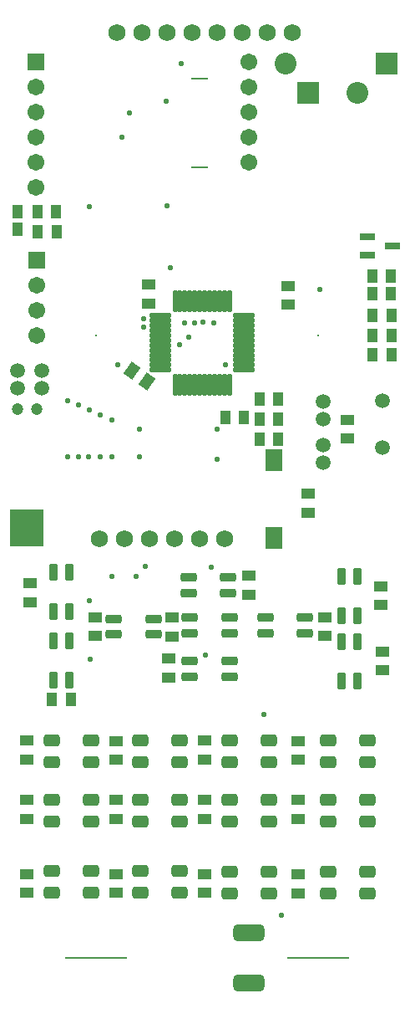
<source format=gts>
G04*
G04 #@! TF.GenerationSoftware,Altium Limited,Altium Designer,22.11.1 (43)*
G04*
G04 Layer_Color=8388736*
%FSLAX44Y44*%
%MOMM*%
G71*
G04*
G04 #@! TF.SameCoordinates,BDB78580-9DC3-4381-8F3F-6093B5378177*
G04*
G04*
G04 #@! TF.FilePolarity,Negative*
G04*
G01*
G75*
%ADD25R,1.4732X1.0922*%
%ADD26R,1.7032X2.2032*%
%ADD27O,0.5032X2.3032*%
%ADD28O,2.3032X0.5032*%
%ADD29R,1.0922X1.4732*%
%ADD30R,3.5032X3.7032*%
%ADD31R,1.6032X0.8032*%
G04:AMPARAMS|DCode=32|XSize=1.4732mm|YSize=1.0922mm|CornerRadius=0mm|HoleSize=0mm|Usage=FLASHONLY|Rotation=55.000|XOffset=0mm|YOffset=0mm|HoleType=Round|Shape=Rectangle|*
%AMROTATEDRECTD32*
4,1,4,0.0248,-0.9166,-0.8698,-0.2902,-0.0248,0.9166,0.8698,0.2902,0.0248,-0.9166,0.0*
%
%ADD32ROTATEDRECTD32*%

%ADD33C,1.7272*%
G04:AMPARAMS|DCode=34|XSize=6.2032mm|YSize=0.2032mm|CornerRadius=0mm|HoleSize=0mm|Usage=FLASHONLY|Rotation=0.000|XOffset=0mm|YOffset=0mm|HoleType=Round|Shape=RoundedRectangle|*
%AMROUNDEDRECTD34*
21,1,6.2032,0.2032,0,0,0.0*
21,1,6.2032,0.2032,0,0,0.0*
1,1,0.0000,3.1016,-0.1016*
1,1,0.0000,-3.1016,-0.1016*
1,1,0.0000,-3.1016,0.1016*
1,1,0.0000,3.1016,0.1016*
%
%ADD34ROUNDEDRECTD34*%
%ADD35C,0.2032*%
G04:AMPARAMS|DCode=36|XSize=1.2032mm|YSize=1.7032mm|CornerRadius=0.3516mm|HoleSize=0mm|Usage=FLASHONLY|Rotation=90.000|XOffset=0mm|YOffset=0mm|HoleType=Round|Shape=RoundedRectangle|*
%AMROUNDEDRECTD36*
21,1,1.2032,1.0000,0,0,90.0*
21,1,0.5000,1.7032,0,0,90.0*
1,1,0.7032,0.5000,0.2500*
1,1,0.7032,0.5000,-0.2500*
1,1,0.7032,-0.5000,-0.2500*
1,1,0.7032,-0.5000,0.2500*
%
%ADD36ROUNDEDRECTD36*%
%ADD37C,1.5032*%
%ADD38C,2.2032*%
%ADD39R,2.2032X2.2032*%
%ADD40R,2.2032X2.2032*%
%ADD41C,1.7032*%
%ADD42R,1.7032X1.7032*%
%ADD43C,1.2032*%
G04:AMPARAMS|DCode=44|XSize=1.7272mm|YSize=0.2032mm|CornerRadius=0mm|HoleSize=0mm|Usage=FLASHONLY|Rotation=180.000|XOffset=0mm|YOffset=0mm|HoleType=Round|Shape=RoundedRectangle|*
%AMROUNDEDRECTD44*
21,1,1.7272,0.2032,0,0,180.0*
21,1,1.7272,0.2032,0,0,180.0*
1,1,0.0000,-0.8636,0.1016*
1,1,0.0000,0.8636,0.1016*
1,1,0.0000,0.8636,-0.1016*
1,1,0.0000,-0.8636,-0.1016*
%
%ADD44ROUNDEDRECTD44*%
G04:AMPARAMS|DCode=45|XSize=1.7032mm|YSize=3.2032mm|CornerRadius=0.4766mm|HoleSize=0mm|Usage=FLASHONLY|Rotation=270.000|XOffset=0mm|YOffset=0mm|HoleType=Round|Shape=RoundedRectangle|*
%AMROUNDEDRECTD45*
21,1,1.7032,2.2500,0,0,270.0*
21,1,0.7500,3.2032,0,0,270.0*
1,1,0.9532,-1.1250,-0.3750*
1,1,0.9532,-1.1250,0.3750*
1,1,0.9532,1.1250,0.3750*
1,1,0.9532,1.1250,-0.3750*
%
%ADD45ROUNDEDRECTD45*%
G04:AMPARAMS|DCode=46|XSize=0.9032mm|YSize=1.7032mm|CornerRadius=0.2766mm|HoleSize=0mm|Usage=FLASHONLY|Rotation=0.000|XOffset=0mm|YOffset=0mm|HoleType=Round|Shape=RoundedRectangle|*
%AMROUNDEDRECTD46*
21,1,0.9032,1.1500,0,0,0.0*
21,1,0.3500,1.7032,0,0,0.0*
1,1,0.5532,0.1750,-0.5750*
1,1,0.5532,-0.1750,-0.5750*
1,1,0.5532,-0.1750,0.5750*
1,1,0.5532,0.1750,0.5750*
%
%ADD46ROUNDEDRECTD46*%
G04:AMPARAMS|DCode=47|XSize=0.2032mm|YSize=0.2032mm|CornerRadius=0mm|HoleSize=0mm|Usage=FLASHONLY|Rotation=0.000|XOffset=0mm|YOffset=0mm|HoleType=Round|Shape=RoundedRectangle|*
%AMROUNDEDRECTD47*
21,1,0.2032,0.2032,0,0,0.0*
21,1,0.2032,0.2032,0,0,0.0*
1,1,0.0000,0.1016,-0.1016*
1,1,0.0000,-0.1016,-0.1016*
1,1,0.0000,-0.1016,0.1016*
1,1,0.0000,0.1016,0.1016*
%
%ADD47ROUNDEDRECTD47*%
G04:AMPARAMS|DCode=48|XSize=0.9032mm|YSize=1.7032mm|CornerRadius=0.2766mm|HoleSize=0mm|Usage=FLASHONLY|Rotation=270.000|XOffset=0mm|YOffset=0mm|HoleType=Round|Shape=RoundedRectangle|*
%AMROUNDEDRECTD48*
21,1,0.9032,1.1500,0,0,270.0*
21,1,0.3500,1.7032,0,0,270.0*
1,1,0.5532,-0.5750,-0.1750*
1,1,0.5532,-0.5750,0.1750*
1,1,0.5532,0.5750,0.1750*
1,1,0.5532,0.5750,-0.1750*
%
%ADD48ROUNDEDRECTD48*%
%ADD49C,0.5842*%
D25*
X877998Y1161002D02*
D03*
X877998Y1142002D02*
D03*
X844999Y564501D02*
D03*
Y545501D02*
D03*
X1020000Y1160000D02*
D03*
Y1141000D02*
D03*
X1040001Y949499D02*
D03*
Y930499D02*
D03*
X754999Y680501D02*
D03*
Y699501D02*
D03*
X898999Y763501D02*
D03*
Y782501D02*
D03*
X1056999Y805501D02*
D03*
Y824501D02*
D03*
X902000Y824000D02*
D03*
Y805000D02*
D03*
X979999Y847501D02*
D03*
Y866501D02*
D03*
X823999Y805501D02*
D03*
Y824501D02*
D03*
X1115000Y771000D02*
D03*
Y790000D02*
D03*
X1114000Y837000D02*
D03*
Y856000D02*
D03*
X758000Y859000D02*
D03*
Y840000D02*
D03*
X845000Y699000D02*
D03*
X1030000D02*
D03*
X934999Y699501D02*
D03*
X1079999Y1024501D02*
D03*
Y1005501D02*
D03*
X1030000Y680000D02*
D03*
X934999Y680501D02*
D03*
X845000Y680000D02*
D03*
X1029999Y620501D02*
D03*
Y639501D02*
D03*
X935001Y639499D02*
D03*
Y620499D02*
D03*
X844999Y620501D02*
D03*
Y639501D02*
D03*
X754999Y620501D02*
D03*
Y639501D02*
D03*
X1030000Y545000D02*
D03*
Y564000D02*
D03*
X934999Y545501D02*
D03*
Y564501D02*
D03*
X754999Y545501D02*
D03*
Y564501D02*
D03*
D26*
X1005200Y904412D02*
D03*
X1005000Y983740D02*
D03*
D27*
X930000Y1144540D02*
D03*
X920000Y1060000D02*
D03*
X915000D02*
D03*
X955000D02*
D03*
X910000Y1144540D02*
D03*
X960000Y1060000D02*
D03*
X950000D02*
D03*
X945000D02*
D03*
X940000D02*
D03*
X935000D02*
D03*
X930000D02*
D03*
X925000D02*
D03*
X910000D02*
D03*
X905000D02*
D03*
Y1144540D02*
D03*
X915000D02*
D03*
X920000D02*
D03*
X925000D02*
D03*
X935000D02*
D03*
X940000D02*
D03*
X945000D02*
D03*
X950000D02*
D03*
X955000D02*
D03*
X960000D02*
D03*
D28*
X890484Y1079770D02*
D03*
X974770Y1109770D02*
D03*
X890484Y1074770D02*
D03*
Y1084770D02*
D03*
Y1089770D02*
D03*
Y1094770D02*
D03*
Y1099770D02*
D03*
Y1104770D02*
D03*
Y1109770D02*
D03*
Y1114770D02*
D03*
Y1119770D02*
D03*
Y1124770D02*
D03*
Y1129770D02*
D03*
X974770D02*
D03*
Y1124770D02*
D03*
Y1119770D02*
D03*
Y1114770D02*
D03*
Y1104770D02*
D03*
Y1099770D02*
D03*
Y1094770D02*
D03*
Y1089770D02*
D03*
Y1084770D02*
D03*
Y1079770D02*
D03*
Y1074770D02*
D03*
D29*
X745000Y1235000D02*
D03*
Y1217220D02*
D03*
X784501Y1235001D02*
D03*
X765501D02*
D03*
X1009501Y1025001D02*
D03*
X990501D02*
D03*
X956000Y1027000D02*
D03*
X975000D02*
D03*
X1105000Y1152000D02*
D03*
X1124000D02*
D03*
X1124492Y1130035D02*
D03*
X1105492D02*
D03*
X1105000Y1170000D02*
D03*
X1124000D02*
D03*
X1105494Y1110001D02*
D03*
X1124494D02*
D03*
X1124492Y1089999D02*
D03*
X1105492D02*
D03*
X990499Y1044999D02*
D03*
X1009499D02*
D03*
X785000Y1215000D02*
D03*
X766000D02*
D03*
X990501Y1005001D02*
D03*
X1009501D02*
D03*
X780501Y741001D02*
D03*
X799501D02*
D03*
D30*
X755000Y915000D02*
D03*
D31*
X1125139Y1200499D02*
D03*
X1100000Y1191000D02*
D03*
Y1210000D02*
D03*
D32*
X877000Y1063000D02*
D03*
X861436Y1073898D02*
D03*
D33*
X1023800Y1416000D02*
D03*
X998400D02*
D03*
X973000D02*
D03*
X947600D02*
D03*
X922200D02*
D03*
X896800D02*
D03*
X871400D02*
D03*
X846000D02*
D03*
X904800Y904000D02*
D03*
X955600D02*
D03*
X930200D02*
D03*
X879400D02*
D03*
X854000D02*
D03*
X828600D02*
D03*
D34*
X1050000Y480000D02*
D03*
X825000Y480000D02*
D03*
D35*
Y1110000D02*
D03*
D36*
X1100000Y545000D02*
D03*
Y567000D02*
D03*
X1060000Y545000D02*
D03*
Y567000D02*
D03*
X820000Y546000D02*
D03*
Y568000D02*
D03*
X780000Y546000D02*
D03*
Y568000D02*
D03*
X870000Y700000D02*
D03*
X1060000D02*
D03*
X960000D02*
D03*
X780000D02*
D03*
X1060000Y678000D02*
D03*
X1100000Y700000D02*
D03*
Y678000D02*
D03*
X960000D02*
D03*
X1000000Y700000D02*
D03*
Y678000D02*
D03*
X870000D02*
D03*
X910000Y700000D02*
D03*
Y678000D02*
D03*
X780000D02*
D03*
X820000Y700000D02*
D03*
Y678000D02*
D03*
X1060000Y640000D02*
D03*
Y618000D02*
D03*
X1100000Y640000D02*
D03*
Y618000D02*
D03*
X960000Y640000D02*
D03*
Y618000D02*
D03*
X1000000Y640000D02*
D03*
Y618000D02*
D03*
X870000Y640000D02*
D03*
Y618000D02*
D03*
X910000Y640000D02*
D03*
Y618000D02*
D03*
X780000Y640000D02*
D03*
Y618000D02*
D03*
X820000Y640000D02*
D03*
Y618000D02*
D03*
X960000Y567000D02*
D03*
Y545000D02*
D03*
X1000000Y567000D02*
D03*
Y545000D02*
D03*
X870000Y568000D02*
D03*
Y546000D02*
D03*
X910000Y568000D02*
D03*
Y546000D02*
D03*
D37*
X1055000Y1025000D02*
D03*
Y1043000D02*
D03*
X1115000Y1044000D02*
D03*
Y996000D02*
D03*
X770000Y1056000D02*
D03*
Y1074000D02*
D03*
X745000Y1056000D02*
D03*
Y1074000D02*
D03*
X1055000Y981000D02*
D03*
Y999000D02*
D03*
D38*
X1017000Y1385000D02*
D03*
X1090000Y1355000D02*
D03*
D39*
X1120000Y1385000D02*
D03*
D40*
X1040000Y1355000D02*
D03*
D41*
X765000Y1109600D02*
D03*
Y1160400D02*
D03*
Y1135000D02*
D03*
X980000Y1284600D02*
D03*
Y1386200D02*
D03*
Y1360800D02*
D03*
Y1335400D02*
D03*
Y1310000D02*
D03*
X764100Y1360800D02*
D03*
Y1335400D02*
D03*
Y1310000D02*
D03*
Y1284600D02*
D03*
Y1259200D02*
D03*
D42*
X765000Y1185800D02*
D03*
X764100Y1386200D02*
D03*
D43*
X765000Y1035000D02*
D03*
X745000D02*
D03*
D44*
X930000Y1280000D02*
D03*
Y1370000D02*
D03*
D45*
X980000Y504800D02*
D03*
Y454000D02*
D03*
D46*
X798000Y761000D02*
D03*
X782000D02*
D03*
Y801000D02*
D03*
X798000D02*
D03*
X782000Y870000D02*
D03*
X798000D02*
D03*
X782000Y830000D02*
D03*
X798000D02*
D03*
X1074000Y800000D02*
D03*
X1090000D02*
D03*
X1074000Y760000D02*
D03*
X1090000D02*
D03*
X1074000Y866000D02*
D03*
X1090000D02*
D03*
X1074000Y826000D02*
D03*
X1090000D02*
D03*
D47*
X1050000Y1110000D02*
D03*
D48*
X959000Y865000D02*
D03*
Y849000D02*
D03*
X919000Y865000D02*
D03*
Y849000D02*
D03*
X960000Y780000D02*
D03*
Y764000D02*
D03*
X920000Y780000D02*
D03*
Y764000D02*
D03*
X883000Y823000D02*
D03*
Y807000D02*
D03*
X843000Y823000D02*
D03*
Y807000D02*
D03*
X1037000Y824000D02*
D03*
Y808000D02*
D03*
X997000Y824000D02*
D03*
Y808000D02*
D03*
X920000D02*
D03*
Y824000D02*
D03*
X960000Y808000D02*
D03*
Y824000D02*
D03*
D49*
X874000Y1141000D02*
D03*
X869000Y1015000D02*
D03*
X841000Y1024000D02*
D03*
X829000Y1029000D02*
D03*
X818000Y1034000D02*
D03*
X807000Y1039000D02*
D03*
X796000Y1044000D02*
D03*
X873000Y1127000D02*
D03*
X875000Y876000D02*
D03*
X944000Y1122000D02*
D03*
X933000Y1123000D02*
D03*
X925000Y1122000D02*
D03*
X911000Y1385000D02*
D03*
X785000Y1215000D02*
D03*
X1124000Y1152000D02*
D03*
X798000Y761000D02*
D03*
X782000D02*
D03*
X819000Y782000D02*
D03*
X906000Y700000D02*
D03*
X824000D02*
D03*
X873000Y1118000D02*
D03*
X1009000Y1025000D02*
D03*
X900435Y1178435D02*
D03*
X956000Y1027000D02*
D03*
X847000Y1080000D02*
D03*
X818000Y841000D02*
D03*
X820000Y618000D02*
D03*
X782000Y829000D02*
D03*
X948000Y1015000D02*
D03*
Y984000D02*
D03*
X942000Y875000D02*
D03*
X936040Y786174D02*
D03*
X869000Y987000D02*
D03*
X866000Y866000D02*
D03*
X841000D02*
D03*
X820000Y546000D02*
D03*
X841000Y987000D02*
D03*
X829000D02*
D03*
X817000D02*
D03*
X807000D02*
D03*
X796000D02*
D03*
X956000Y1080000D02*
D03*
X995000Y726000D02*
D03*
X975000Y1027000D02*
D03*
X990000Y1045000D02*
D03*
Y1006000D02*
D03*
X910000Y1100000D02*
D03*
X919000Y1108000D02*
D03*
X915000Y1122000D02*
D03*
X1052000Y1156000D02*
D03*
X1081000Y1005000D02*
D03*
Y1025000D02*
D03*
X1002000Y700000D02*
D03*
X1090000Y761000D02*
D03*
X818000Y1240000D02*
D03*
X765000Y1235000D02*
D03*
X1013000Y523000D02*
D03*
X859000Y1335000D02*
D03*
X897000Y1241000D02*
D03*
X851000Y1310000D02*
D03*
X896000Y1347000D02*
D03*
X798000Y829000D02*
D03*
X908000Y640000D02*
D03*
Y568000D02*
D03*
X1002000Y566000D02*
D03*
Y640000D02*
D03*
M02*

</source>
